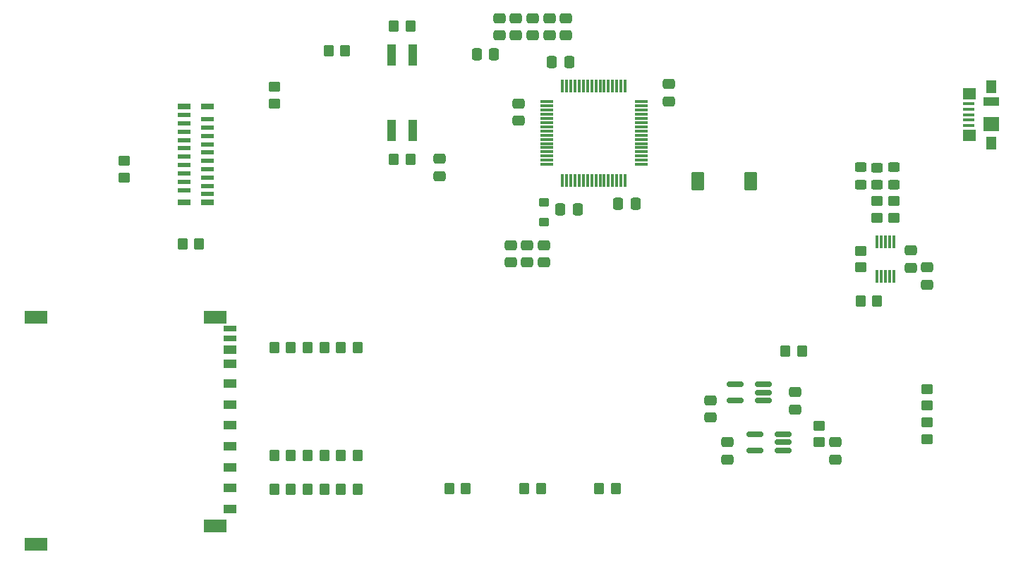
<source format=gbr>
%TF.GenerationSoftware,KiCad,Pcbnew,9.0.4*%
%TF.CreationDate,2025-10-10T21:12:29+02:00*%
%TF.ProjectId,fotoaparat,666f746f-6170-4617-9261-742e6b696361,rev?*%
%TF.SameCoordinates,Original*%
%TF.FileFunction,Paste,Top*%
%TF.FilePolarity,Positive*%
%FSLAX46Y46*%
G04 Gerber Fmt 4.6, Leading zero omitted, Abs format (unit mm)*
G04 Created by KiCad (PCBNEW 9.0.4) date 2025-10-10 21:12:29*
%MOMM*%
%LPD*%
G01*
G04 APERTURE LIST*
G04 Aperture macros list*
%AMRoundRect*
0 Rectangle with rounded corners*
0 $1 Rounding radius*
0 $2 $3 $4 $5 $6 $7 $8 $9 X,Y pos of 4 corners*
0 Add a 4 corners polygon primitive as box body*
4,1,4,$2,$3,$4,$5,$6,$7,$8,$9,$2,$3,0*
0 Add four circle primitives for the rounded corners*
1,1,$1+$1,$2,$3*
1,1,$1+$1,$4,$5*
1,1,$1+$1,$6,$7*
1,1,$1+$1,$8,$9*
0 Add four rect primitives between the rounded corners*
20,1,$1+$1,$2,$3,$4,$5,0*
20,1,$1+$1,$4,$5,$6,$7,0*
20,1,$1+$1,$6,$7,$8,$9,0*
20,1,$1+$1,$8,$9,$2,$3,0*%
G04 Aperture macros list end*
%ADD10RoundRect,0.250000X-0.475000X0.337500X-0.475000X-0.337500X0.475000X-0.337500X0.475000X0.337500X0*%
%ADD11RoundRect,0.250000X-0.550000X-0.850000X0.550000X-0.850000X0.550000X0.850000X-0.550000X0.850000X0*%
%ADD12RoundRect,0.250000X-0.350000X-0.450000X0.350000X-0.450000X0.350000X0.450000X-0.350000X0.450000X0*%
%ADD13RoundRect,0.250000X0.350000X0.450000X-0.350000X0.450000X-0.350000X-0.450000X0.350000X-0.450000X0*%
%ADD14RoundRect,0.162500X0.837500X0.162500X-0.837500X0.162500X-0.837500X-0.162500X0.837500X-0.162500X0*%
%ADD15R,1.380000X0.450000*%
%ADD16R,1.550000X1.425000*%
%ADD17R,1.300000X1.650000*%
%ADD18R,1.900000X1.800000*%
%ADD19R,1.900000X1.000000*%
%ADD20RoundRect,0.250000X-0.450000X0.350000X-0.450000X-0.350000X0.450000X-0.350000X0.450000X0.350000X0*%
%ADD21RoundRect,0.250000X-0.350000X0.275000X-0.350000X-0.275000X0.350000X-0.275000X0.350000X0.275000X0*%
%ADD22RoundRect,0.250000X-0.337500X-0.475000X0.337500X-0.475000X0.337500X0.475000X-0.337500X0.475000X0*%
%ADD23RoundRect,0.250000X0.475000X-0.337500X0.475000X0.337500X-0.475000X0.337500X-0.475000X-0.337500X0*%
%ADD24RoundRect,0.250000X0.450000X-0.325000X0.450000X0.325000X-0.450000X0.325000X-0.450000X-0.325000X0*%
%ADD25RoundRect,0.075000X-0.700000X-0.075000X0.700000X-0.075000X0.700000X0.075000X-0.700000X0.075000X0*%
%ADD26RoundRect,0.075000X-0.075000X-0.700000X0.075000X-0.700000X0.075000X0.700000X-0.075000X0.700000X0*%
%ADD27RoundRect,0.250000X0.450000X-0.350000X0.450000X0.350000X-0.450000X0.350000X-0.450000X-0.350000X0*%
%ADD28RoundRect,0.250000X0.337500X0.475000X-0.337500X0.475000X-0.337500X-0.475000X0.337500X-0.475000X0*%
%ADD29R,1.000000X2.500000*%
%ADD30R,1.498600X0.990600*%
%ADD31R,1.498600X0.711200*%
%ADD32R,2.794000X1.498600*%
%ADD33R,1.500000X0.600000*%
%ADD34R,1.500000X0.800000*%
%ADD35R,0.330200X1.512799*%
G04 APERTURE END LIST*
D10*
%TO.C,C13*%
X149000000Y-70446949D03*
X149000000Y-72521949D03*
%TD*%
%TO.C,C8*%
X147000000Y-70446949D03*
X147000000Y-72521949D03*
%TD*%
%TO.C,C20*%
X145000000Y-70446949D03*
X145000000Y-72521949D03*
%TD*%
%TO.C,C19*%
X143000000Y-70446949D03*
X143000000Y-72521949D03*
%TD*%
%TO.C,C7*%
X141000000Y-70446949D03*
X141000000Y-72521949D03*
%TD*%
D11*
%TO.C,BZ1*%
X164800000Y-90000000D03*
X171200000Y-90000000D03*
%TD*%
D12*
%TO.C,R2*%
X144000000Y-126969000D03*
X146000000Y-126969000D03*
%TD*%
%TO.C,R1*%
X135000000Y-126969000D03*
X137000000Y-126969000D03*
%TD*%
%TO.C,R3*%
X153000000Y-126969000D03*
X155000000Y-126969000D03*
%TD*%
D13*
%TO.C,R24*%
X175350002Y-110406399D03*
X177350002Y-110406399D03*
%TD*%
D10*
%TO.C,C6*%
X168350002Y-121368899D03*
X168350002Y-123443899D03*
%TD*%
D14*
%TO.C,IC1*%
X172710000Y-116356399D03*
X172710000Y-115406399D03*
X172710000Y-114456399D03*
X169290000Y-114456399D03*
X169290000Y-116356399D03*
%TD*%
D10*
%TO.C,C1*%
X190350002Y-98368899D03*
X190350002Y-100443899D03*
%TD*%
D13*
%TO.C,R19*%
X120000000Y-123000000D03*
X118000000Y-123000000D03*
%TD*%
D15*
%TO.C,USB*%
X197340000Y-83356399D03*
X197340000Y-82706399D03*
X197340000Y-82056399D03*
X197340000Y-81406399D03*
X197340000Y-80756399D03*
D16*
X197425000Y-84543399D03*
X197425000Y-79569399D03*
D17*
X200000000Y-85431399D03*
D18*
X200000000Y-83206399D03*
D19*
X200000000Y-80506399D03*
D17*
X200000000Y-78681399D03*
%TD*%
D20*
%TO.C,R26*%
X192350002Y-119000000D03*
X192350002Y-121000000D03*
%TD*%
D21*
%TO.C,FB1*%
X146350002Y-92611399D03*
X146350002Y-94911399D03*
%TD*%
D13*
%TO.C,R17*%
X116000000Y-127000000D03*
X114000000Y-127000000D03*
%TD*%
D22*
%TO.C,C21*%
X155275002Y-92761399D03*
X157350002Y-92761399D03*
%TD*%
D13*
%TO.C,R18*%
X124000000Y-123000000D03*
X122000000Y-123000000D03*
%TD*%
D23*
%TO.C,C5*%
X181350002Y-123443899D03*
X181350002Y-121368899D03*
%TD*%
D24*
%TO.C,D1*%
X188350002Y-90431399D03*
X188350002Y-88381399D03*
%TD*%
D23*
%TO.C,C18*%
X133800000Y-89437500D03*
X133800000Y-87362500D03*
%TD*%
D20*
%TO.C,R5*%
X186350002Y-92406399D03*
X186350002Y-94406399D03*
%TD*%
D13*
%TO.C,R21*%
X124000000Y-110000000D03*
X122000000Y-110000000D03*
%TD*%
D25*
%TO.C,U1*%
X146675002Y-80511399D03*
X146675002Y-81011399D03*
X146675002Y-81511399D03*
X146675002Y-82011399D03*
X146675002Y-82511399D03*
X146675002Y-83011399D03*
X146675002Y-83511399D03*
X146675002Y-84011399D03*
X146675002Y-84511399D03*
X146675002Y-85011399D03*
X146675002Y-85511399D03*
X146675002Y-86011399D03*
X146675002Y-86511399D03*
X146675002Y-87011399D03*
X146675002Y-87511399D03*
X146675002Y-88011399D03*
D26*
X148600002Y-89936399D03*
X149100002Y-89936399D03*
X149600002Y-89936399D03*
X150100002Y-89936399D03*
X150600002Y-89936399D03*
X151100002Y-89936399D03*
X151600002Y-89936399D03*
X152100002Y-89936399D03*
X152600002Y-89936399D03*
X153100002Y-89936399D03*
X153600002Y-89936399D03*
X154100002Y-89936399D03*
X154600002Y-89936399D03*
X155100002Y-89936399D03*
X155600002Y-89936399D03*
X156100002Y-89936399D03*
D25*
X158025002Y-88011399D03*
X158025002Y-87511399D03*
X158025002Y-87011399D03*
X158025002Y-86511399D03*
X158025002Y-86011399D03*
X158025002Y-85511399D03*
X158025002Y-85011399D03*
X158025002Y-84511399D03*
X158025002Y-84011399D03*
X158025002Y-83511399D03*
X158025002Y-83011399D03*
X158025002Y-82511399D03*
X158025002Y-82011399D03*
X158025002Y-81511399D03*
X158025002Y-81011399D03*
X158025002Y-80511399D03*
D26*
X156100002Y-78586399D03*
X155600002Y-78586399D03*
X155100002Y-78586399D03*
X154600002Y-78586399D03*
X154100002Y-78586399D03*
X153600002Y-78586399D03*
X153100002Y-78586399D03*
X152600002Y-78586399D03*
X152100002Y-78586399D03*
X151600002Y-78586399D03*
X151100002Y-78586399D03*
X150600002Y-78586399D03*
X150100002Y-78586399D03*
X149600002Y-78586399D03*
X149100002Y-78586399D03*
X148600002Y-78586399D03*
%TD*%
D27*
%TO.C,R14*%
X179350002Y-121406399D03*
X179350002Y-119406399D03*
%TD*%
D12*
%TO.C,R10*%
X120500000Y-74400000D03*
X122500000Y-74400000D03*
%TD*%
D10*
%TO.C,C16*%
X146350002Y-97723899D03*
X146350002Y-99798899D03*
%TD*%
D28*
%TO.C,C17*%
X140387502Y-74761399D03*
X138312502Y-74761399D03*
%TD*%
D12*
%TO.C,R6*%
X184350002Y-104406399D03*
X186350002Y-104406399D03*
%TD*%
D20*
%TO.C,R4*%
X188350002Y-92406399D03*
X188350002Y-94406399D03*
%TD*%
D24*
%TO.C,D2*%
X186350002Y-90456399D03*
X186350002Y-88406399D03*
%TD*%
D10*
%TO.C,C14*%
X142350002Y-97723899D03*
X142350002Y-99798899D03*
%TD*%
D29*
%TO.C,S5*%
X128080002Y-83956399D03*
X130620002Y-83956399D03*
X128080002Y-74856399D03*
X130620002Y-74856399D03*
%TD*%
D12*
%TO.C,R12*%
X128350002Y-71406399D03*
X130350002Y-71406399D03*
%TD*%
D14*
%TO.C,IC3*%
X175060002Y-122356399D03*
X175060002Y-121406399D03*
X175060002Y-120456399D03*
X171640002Y-120456399D03*
X171640002Y-122356399D03*
%TD*%
D22*
%TO.C,C9*%
X148350002Y-93406399D03*
X150425002Y-93406399D03*
%TD*%
D23*
%TO.C,C2*%
X192350002Y-102443899D03*
X192350002Y-100368899D03*
%TD*%
%TO.C,C10*%
X143350002Y-82798899D03*
X143350002Y-80723899D03*
%TD*%
D20*
%TO.C,R13*%
X96000000Y-87600000D03*
X96000000Y-89600000D03*
%TD*%
D30*
%TO.C,SD CARD*%
X108706401Y-126875000D03*
X108706401Y-124375000D03*
X108706401Y-121875000D03*
X108706401Y-119375000D03*
X108706401Y-116875000D03*
X108706401Y-114375000D03*
X108706401Y-111950001D03*
X108706401Y-110249979D03*
X108706401Y-129375000D03*
D31*
X108706401Y-108949999D03*
X108706401Y-107750103D03*
D32*
X106906399Y-106349999D03*
X106906399Y-131450000D03*
X85406399Y-106350002D03*
X85406399Y-133649998D03*
%TD*%
D23*
%TO.C,C4*%
X166350002Y-118443899D03*
X166350002Y-116368899D03*
%TD*%
D13*
%TO.C,R22*%
X120000000Y-110000000D03*
X118000000Y-110000000D03*
%TD*%
D23*
%TO.C,C3*%
X176500000Y-117443899D03*
X176500000Y-115368899D03*
%TD*%
D13*
%TO.C,R20*%
X116000000Y-123000000D03*
X114000000Y-123000000D03*
%TD*%
D20*
%TO.C,R25*%
X192350002Y-115000000D03*
X192350002Y-117000000D03*
%TD*%
D13*
%TO.C,R23*%
X116000000Y-110000000D03*
X114000000Y-110000000D03*
%TD*%
D23*
%TO.C,C12*%
X161350002Y-80443899D03*
X161350002Y-78368899D03*
%TD*%
D13*
%TO.C,R16*%
X120000000Y-127000000D03*
X118000000Y-127000000D03*
%TD*%
D33*
%TO.C,LCD*%
X106000000Y-91600000D03*
X103200000Y-91100000D03*
X106000000Y-90600000D03*
X103200000Y-90100000D03*
X106000000Y-89600000D03*
X103200000Y-89100000D03*
X106000000Y-88600000D03*
X103200000Y-88100000D03*
X106000000Y-87600000D03*
X103200000Y-87100000D03*
X106000000Y-86600000D03*
X103200000Y-86100000D03*
X106000000Y-85600000D03*
X103200000Y-85100000D03*
X106000000Y-84600000D03*
X103200000Y-84100000D03*
X106000000Y-83600000D03*
X103200000Y-83100000D03*
X106000000Y-82600000D03*
X103200000Y-82100000D03*
D34*
X103200000Y-92600000D03*
X106000000Y-92600000D03*
X103200000Y-81100000D03*
X106000000Y-81100000D03*
%TD*%
D27*
%TO.C,R7*%
X184350002Y-100406399D03*
X184350002Y-98406399D03*
%TD*%
D24*
%TO.C,D3*%
X184350002Y-90431399D03*
X184350002Y-88381399D03*
%TD*%
D13*
%TO.C,R11*%
X130350002Y-87406399D03*
X128350002Y-87406399D03*
%TD*%
%TO.C,R8*%
X105000000Y-97600000D03*
X103000000Y-97600000D03*
%TD*%
D20*
%TO.C,R9*%
X114000000Y-78720000D03*
X114000000Y-80720000D03*
%TD*%
D10*
%TO.C,C15*%
X144350002Y-97723899D03*
X144350002Y-99798899D03*
%TD*%
D13*
%TO.C,R15*%
X124000000Y-127000000D03*
X122000000Y-127000000D03*
%TD*%
D35*
%TO.C,U2*%
X188350003Y-97361699D03*
X187850001Y-97361699D03*
X187350002Y-97361699D03*
X186850003Y-97361699D03*
X186350001Y-97361699D03*
X186350001Y-101451099D03*
X186850003Y-101451099D03*
X187350002Y-101451099D03*
X187850001Y-101451099D03*
X188350003Y-101451099D03*
%TD*%
D28*
%TO.C,C11*%
X149387502Y-75761399D03*
X147312502Y-75761399D03*
%TD*%
M02*

</source>
